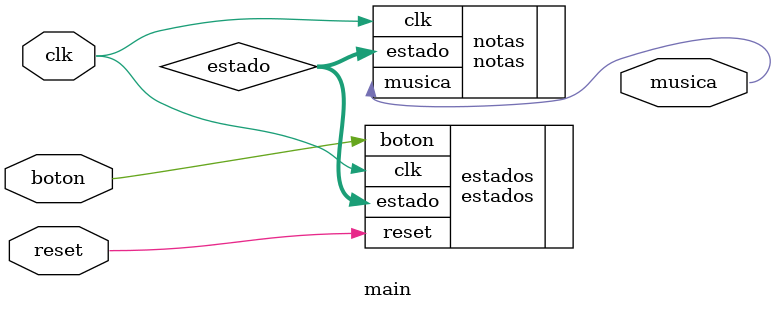
<source format=v>
module main (
    input  clk,
    input  boton,
    reset,
    output musica
);
  //estado
  wire [1:0] estado;

  notas notas (
      .clk(clk),
      .estado(estado),
      .musica(musica)
  );

  estados estados (
      .clk(clk),
      .estado(estado),
      .boton(boton),
      .reset(reset)
  );

endmodule

</source>
